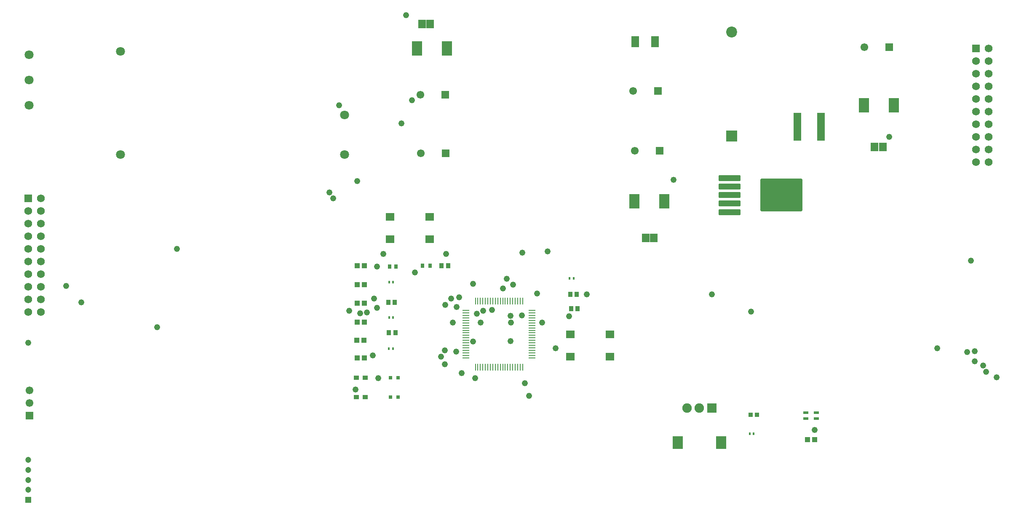
<source format=gts>
G04*
G04 #@! TF.GenerationSoftware,Altium Limited,Altium Designer,24.8.2 (39)*
G04*
G04 Layer_Color=8388736*
%FSLAX44Y44*%
%MOMM*%
G71*
G04*
G04 #@! TF.SameCoordinates,10B77030-9BE5-4BC5-9E5E-3B2CA86DC2A3*
G04*
G04*
G04 #@! TF.FilePolarity,Negative*
G04*
G01*
G75*
%ADD17R,1.3589X0.2794*%
%ADD18R,0.2794X1.3589*%
%ADD19R,1.0549X1.0062*%
%ADD21R,0.4000X0.5000*%
%ADD22R,0.7581X0.8121*%
%ADD23R,2.0000X3.0000*%
%ADD24R,1.6000X5.7000*%
%ADD27R,1.6002X2.2098*%
%ADD30R,0.8000X0.8000*%
%ADD31R,1.0000X0.9000*%
%ADD32R,0.8549X0.9062*%
%ADD34R,1.0668X0.6096*%
%ADD36R,0.8000X0.9000*%
%ADD37R,1.5532X1.6532*%
G04:AMPARAMS|DCode=38|XSize=6.6032mm|YSize=8.4032mm|CornerRadius=0.1656mm|HoleSize=0mm|Usage=FLASHONLY|Rotation=90.000|XOffset=0mm|YOffset=0mm|HoleType=Round|Shape=RoundedRectangle|*
%AMROUNDEDRECTD38*
21,1,6.6032,8.0720,0,0,90.0*
21,1,6.2720,8.4032,0,0,90.0*
1,1,0.3312,4.0360,3.1360*
1,1,0.3312,4.0360,-3.1360*
1,1,0.3312,-4.0360,-3.1360*
1,1,0.3312,-4.0360,3.1360*
%
%ADD38ROUNDEDRECTD38*%
G04:AMPARAMS|DCode=39|XSize=1.2032mm|YSize=4.3532mm|CornerRadius=0.1516mm|HoleSize=0mm|Usage=FLASHONLY|Rotation=90.000|XOffset=0mm|YOffset=0mm|HoleType=Round|Shape=RoundedRectangle|*
%AMROUNDEDRECTD39*
21,1,1.2032,4.0500,0,0,90.0*
21,1,0.9000,4.3532,0,0,90.0*
1,1,0.3032,2.0250,0.4500*
1,1,0.3032,2.0250,-0.4500*
1,1,0.3032,-2.0250,-0.4500*
1,1,0.3032,-2.0250,0.4500*
%
%ADD39ROUNDEDRECTD39*%
%ADD40R,0.9532X1.0532*%
%ADD41R,0.9032X1.0532*%
%ADD42R,2.1032X2.5032*%
%ADD43R,1.7532X1.5032*%
%ADD44C,1.8034*%
%ADD45R,1.5700X1.5700*%
%ADD46C,1.5700*%
%ADD47C,1.5500*%
%ADD48R,1.5500X1.5500*%
%ADD49C,1.2000*%
%ADD50R,1.2000X1.2000*%
%ADD51R,1.5500X1.5500*%
%ADD52C,2.2000*%
%ADD53R,2.2000X2.2000*%
%ADD54R,1.9032X1.9032*%
%ADD55C,1.9032*%
%ADD56C,1.2192*%
D17*
X991171Y1265430D02*
D03*
Y1260430D02*
D03*
Y1255430D02*
D03*
Y1250430D02*
D03*
Y1245430D02*
D03*
Y1240430D02*
D03*
Y1235430D02*
D03*
Y1230430D02*
D03*
Y1225430D02*
D03*
Y1220430D02*
D03*
Y1215430D02*
D03*
Y1210430D02*
D03*
Y1205430D02*
D03*
Y1200430D02*
D03*
Y1195430D02*
D03*
Y1190430D02*
D03*
Y1185430D02*
D03*
Y1180430D02*
D03*
Y1175430D02*
D03*
Y1170430D02*
D03*
X1124649D02*
D03*
Y1175430D02*
D03*
Y1180430D02*
D03*
Y1185430D02*
D03*
Y1190430D02*
D03*
Y1195430D02*
D03*
Y1200430D02*
D03*
Y1205430D02*
D03*
Y1210430D02*
D03*
Y1215430D02*
D03*
Y1220430D02*
D03*
Y1225430D02*
D03*
Y1230430D02*
D03*
Y1235430D02*
D03*
Y1240430D02*
D03*
Y1245430D02*
D03*
Y1250430D02*
D03*
Y1255430D02*
D03*
Y1260430D02*
D03*
Y1265430D02*
D03*
D18*
X1010410Y1151191D02*
D03*
X1015410D02*
D03*
X1020410D02*
D03*
X1025410D02*
D03*
X1030410D02*
D03*
X1035410D02*
D03*
X1040410D02*
D03*
X1045410D02*
D03*
X1050410D02*
D03*
X1055410D02*
D03*
X1060410D02*
D03*
X1065410D02*
D03*
X1070410D02*
D03*
X1075410D02*
D03*
X1080410D02*
D03*
X1085410D02*
D03*
X1090410D02*
D03*
X1095410D02*
D03*
X1100410D02*
D03*
X1105410D02*
D03*
Y1284668D02*
D03*
X1100410D02*
D03*
X1095410D02*
D03*
X1090410D02*
D03*
X1085410D02*
D03*
X1080410D02*
D03*
X1075410D02*
D03*
X1070410D02*
D03*
X1065410D02*
D03*
X1060410D02*
D03*
X1055410D02*
D03*
X1050410D02*
D03*
X1045410D02*
D03*
X1040410D02*
D03*
X1035410D02*
D03*
X1030410D02*
D03*
X1025410D02*
D03*
X1020410D02*
D03*
X1015410D02*
D03*
X1010410D02*
D03*
D19*
X772524Y1242060D02*
D03*
X787036D02*
D03*
X772524Y1169670D02*
D03*
X787037D02*
D03*
X772524Y1355090D02*
D03*
X787037D02*
D03*
X772524Y1316990D02*
D03*
X787036D02*
D03*
X772524Y1280160D02*
D03*
X787037D02*
D03*
X772160Y1205230D02*
D03*
X786673D02*
D03*
X1692546Y1005840D02*
D03*
X1678034D02*
D03*
D21*
X844930Y1322070D02*
D03*
X836930D02*
D03*
X844740Y1188720D02*
D03*
X836740D02*
D03*
X844930Y1250950D02*
D03*
X836930D02*
D03*
X1569910Y1017270D02*
D03*
X1561910D02*
D03*
X1199960Y1329690D02*
D03*
X1207960D02*
D03*
D22*
X838280Y1353820D02*
D03*
X850820D02*
D03*
D23*
X893290Y1791970D02*
D03*
X953290D02*
D03*
X1791180Y1677670D02*
D03*
X1851180D02*
D03*
X1330170Y1484630D02*
D03*
X1390170D02*
D03*
D24*
X1704980Y1634490D02*
D03*
X1657980D02*
D03*
D27*
X1331341Y1805940D02*
D03*
X1371219D02*
D03*
D30*
X854590Y1090930D02*
D03*
X839590D02*
D03*
X854590Y1130300D02*
D03*
X839590D02*
D03*
D31*
X788780Y1090930D02*
D03*
X770780D02*
D03*
X788780Y1130300D02*
D03*
X770780D02*
D03*
D32*
X1575977Y1055370D02*
D03*
X1563463D02*
D03*
D34*
X1695958Y1060100D02*
D03*
Y1048100D02*
D03*
X1674622D02*
D03*
Y1060100D02*
D03*
D36*
X919360Y1355090D02*
D03*
X904360D02*
D03*
D37*
X1352550Y1410970D02*
D03*
X1369050D02*
D03*
X902970Y1841500D02*
D03*
X919470D02*
D03*
X1812930Y1593850D02*
D03*
X1829430D02*
D03*
D38*
X1625600Y1497330D02*
D03*
D39*
X1521100Y1463330D02*
D03*
Y1480330D02*
D03*
Y1497330D02*
D03*
Y1514330D02*
D03*
Y1531330D02*
D03*
D40*
X836780Y1220470D02*
D03*
X849780D02*
D03*
X1201120Y1297940D02*
D03*
X1214120D02*
D03*
X942340Y1355090D02*
D03*
X955340D02*
D03*
D41*
X835760Y1281430D02*
D03*
X848260D02*
D03*
X1202790Y1268730D02*
D03*
X1215290D02*
D03*
D42*
X1504000Y999490D02*
D03*
X1417000D02*
D03*
D43*
X1201040Y1217570D02*
D03*
Y1172570D02*
D03*
X1280540Y1217570D02*
D03*
Y1172570D02*
D03*
X839090Y1453790D02*
D03*
Y1408790D02*
D03*
X918590Y1453790D02*
D03*
Y1408790D02*
D03*
D44*
X297180Y1578610D02*
D03*
Y1786610D02*
D03*
X747180Y1658610D02*
D03*
Y1578610D02*
D03*
X113030Y1779270D02*
D03*
Y1728470D02*
D03*
Y1677670D02*
D03*
D45*
X111760Y1490980D02*
D03*
X2016760Y1791970D02*
D03*
D46*
X111760Y1465580D02*
D03*
Y1440180D02*
D03*
Y1414780D02*
D03*
Y1389380D02*
D03*
Y1363980D02*
D03*
Y1338580D02*
D03*
Y1313180D02*
D03*
Y1287780D02*
D03*
Y1262380D02*
D03*
X137160Y1490980D02*
D03*
Y1465580D02*
D03*
Y1440180D02*
D03*
Y1414780D02*
D03*
Y1389380D02*
D03*
Y1363980D02*
D03*
Y1338580D02*
D03*
Y1313180D02*
D03*
Y1287780D02*
D03*
Y1262380D02*
D03*
X2042160Y1563370D02*
D03*
Y1588770D02*
D03*
Y1614170D02*
D03*
Y1639570D02*
D03*
Y1664970D02*
D03*
Y1690370D02*
D03*
Y1715770D02*
D03*
Y1741170D02*
D03*
Y1766570D02*
D03*
Y1791970D02*
D03*
X2016760Y1563370D02*
D03*
Y1588770D02*
D03*
Y1614170D02*
D03*
Y1639570D02*
D03*
Y1664970D02*
D03*
Y1690370D02*
D03*
Y1715770D02*
D03*
Y1741170D02*
D03*
Y1766570D02*
D03*
D47*
X899560Y1699260D02*
D03*
X114300Y1104900D02*
D03*
Y1079500D02*
D03*
X900830Y1581150D02*
D03*
X1792370Y1794510D02*
D03*
X1330490Y1586230D02*
D03*
X1327550Y1706880D02*
D03*
D48*
X949560Y1699260D02*
D03*
X950830Y1581150D02*
D03*
X1842370Y1794510D02*
D03*
X1380490Y1586230D02*
D03*
X1377550Y1706880D02*
D03*
D49*
X111760Y964880D02*
D03*
Y944880D02*
D03*
Y924880D02*
D03*
Y904880D02*
D03*
D50*
Y884880D02*
D03*
D51*
X114300Y1054100D02*
D03*
D52*
X1525270Y1825550D02*
D03*
D53*
Y1616150D02*
D03*
D54*
X1485500Y1069490D02*
D03*
D55*
X1435500D02*
D03*
X1460500D02*
D03*
D56*
X1080770Y1254760D02*
D03*
X1144270Y1240790D02*
D03*
X949960Y1276350D02*
D03*
X961390Y1289050D02*
D03*
X218440Y1281430D02*
D03*
X111760Y1200150D02*
D03*
X187960Y1314450D02*
D03*
X2014220Y1163320D02*
D03*
X2030730Y1154430D02*
D03*
X2037080Y1141730D02*
D03*
X756920Y1264920D02*
D03*
X792370Y1261872D02*
D03*
X806450Y1289050D02*
D03*
X1085850Y1316990D02*
D03*
X1080770Y1203960D02*
D03*
X1082040Y1240790D02*
D03*
X1043940Y1266190D02*
D03*
X1026160Y1264920D02*
D03*
X971550Y1182370D02*
D03*
X948690Y1184910D02*
D03*
X803910Y1174750D02*
D03*
X778510Y1259840D02*
D03*
X941070Y1172210D02*
D03*
X1134110Y1299210D02*
D03*
X1009650Y1129030D02*
D03*
X982980Y1139190D02*
D03*
X972820Y1272540D02*
D03*
X977900Y1291590D02*
D03*
X1408430Y1527810D02*
D03*
X882650Y1687830D02*
D03*
X736600Y1677670D02*
D03*
X1564386Y1263396D02*
D03*
X1013460Y1258570D02*
D03*
X2006346Y1365250D02*
D03*
X1939036Y1189736D02*
D03*
X1171553D02*
D03*
X1998726Y1181608D02*
D03*
X948944Y1157478D02*
D03*
X1005840Y1202690D02*
D03*
X964946Y1241552D02*
D03*
X1118362Y1093978D02*
D03*
X1692546Y1025254D02*
D03*
X2014220Y1183386D02*
D03*
X889254Y1341882D02*
D03*
X1021080Y1241298D02*
D03*
X370586Y1232154D02*
D03*
X1198880Y1254252D02*
D03*
X1105154Y1381506D02*
D03*
X1073150Y1329010D02*
D03*
X1005586Y1318768D02*
D03*
X815086Y1129284D02*
D03*
X2057908Y1131316D02*
D03*
X862076Y1641602D02*
D03*
X870966Y1859280D02*
D03*
X772524Y1525668D02*
D03*
X1065410Y1309878D02*
D03*
X1155954Y1384554D02*
D03*
X951230Y1378966D02*
D03*
X825500D02*
D03*
X1234694Y1297940D02*
D03*
X1485500D02*
D03*
X1103884Y1255776D02*
D03*
X1109472Y1119124D02*
D03*
X769620Y1106424D02*
D03*
X717042Y1502410D02*
D03*
X724662Y1490980D02*
D03*
X410718Y1389380D02*
D03*
X812292Y1270762D02*
D03*
X1842370Y1614170D02*
D03*
X812800Y1353566D02*
D03*
M02*

</source>
